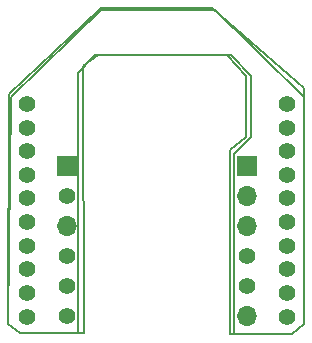
<source format=gts>
<<<<<<< HEAD
G04 #@! TF.GenerationSoftware,KiCad,Pcbnew,7.99.0-unknown-556120554e~172~ubuntu22.04.1*
G04 #@! TF.CreationDate,2023-08-17T23:45:12+09:00*
=======
G04 #@! TF.GenerationSoftware,KiCad,Pcbnew,7.99.0-unknown-4c4bbdc8f3~172~ubuntu22.04.1*
G04 #@! TF.CreationDate,2023-08-08T20:27:13+09:00*
>>>>>>> 19db055ad74dc80f637f43bf08fee7929738abcf
G04 #@! TF.ProjectId,bGeigieCast V1.6.0(StampS3),62476569-6769-4654-9361-73742056312e,rev?*
G04 #@! TF.SameCoordinates,Original*
G04 #@! TF.FileFunction,Soldermask,Top*
G04 #@! TF.FilePolarity,Negative*
%FSLAX46Y46*%
G04 Gerber Fmt 4.6, Leading zero omitted, Abs format (unit mm)*
<<<<<<< HEAD
G04 Created by KiCad (PCBNEW 7.99.0-unknown-556120554e~172~ubuntu22.04.1) date 2023-08-17 23:45:12*
=======
G04 Created by KiCad (PCBNEW 7.99.0-unknown-4c4bbdc8f3~172~ubuntu22.04.1) date 2023-08-08 20:27:13*
>>>>>>> 19db055ad74dc80f637f43bf08fee7929738abcf
%MOMM*%
%LPD*%
G01*
G04 APERTURE LIST*
<<<<<<< HEAD
%ADD10C,1.400000*%
%ADD11R,1.700000X1.700000*%
%ADD12O,1.700000X1.700000*%
=======
%ADD10R,1.700000X1.700000*%
%ADD11O,1.700000X1.700000*%
%ADD12C,1.400000*%
>>>>>>> 19db055ad74dc80f637f43bf08fee7929738abcf
G04 #@! TA.AperFunction,Profile*
%ADD13C,0.150000*%
G04 #@! TD*
G04 APERTURE END LIST*
D10*
<<<<<<< HEAD
=======
X156050000Y-104592000D03*
D11*
X156050000Y-107132000D03*
X156050000Y-109672000D03*
X156050000Y-117292000D03*
D10*
X140796000Y-104592000D03*
D11*
X140796000Y-109672000D03*
D12*
>>>>>>> 19db055ad74dc80f637f43bf08fee7929738abcf
X137400000Y-99350000D03*
X137400000Y-101350000D03*
X137400000Y-103350000D03*
X137400000Y-105350000D03*
X137400000Y-107350000D03*
X137400000Y-109350000D03*
X137400000Y-111350000D03*
X137400000Y-113350000D03*
X137400000Y-115350000D03*
X137400000Y-117350000D03*
X159400000Y-117350000D03*
X159400000Y-115350000D03*
X159400000Y-113350000D03*
X159400000Y-111350000D03*
X159400000Y-109350000D03*
X159400000Y-107350000D03*
X159400000Y-105350000D03*
X159400000Y-103350000D03*
X159400000Y-101350000D03*
X159400000Y-99350000D03*
<<<<<<< HEAD
D11*
X140796000Y-104592000D03*
D12*
X140796000Y-107132000D03*
X140796000Y-109672000D03*
X140796000Y-112212000D03*
X140796000Y-114752000D03*
X140796000Y-117292000D03*
D11*
X156050000Y-104592000D03*
D12*
X156050000Y-107132000D03*
X156050000Y-109672000D03*
X156050000Y-112212000D03*
X156050000Y-114752000D03*
X156050000Y-117292000D03*
D13*
X135836040Y-117988000D02*
X136850000Y-118750000D01*
X135923000Y-98496000D02*
X135836040Y-117988000D01*
X141765000Y-118741000D02*
X136850000Y-118750000D01*
X159832000Y-118816000D02*
X154973000Y-118816000D01*
X160850000Y-117950000D02*
X160866000Y-97996000D01*
X143670000Y-91257000D02*
X135923000Y-98496000D01*
X160850000Y-117950000D02*
X159832000Y-118816000D01*
X141765000Y-96718000D02*
X141765000Y-118741000D01*
X156360127Y-102138500D02*
X154973000Y-103576000D01*
X154719000Y-95194000D02*
X156370000Y-96972000D01*
X154973000Y-103576000D02*
X154973000Y-118816000D01*
X153068000Y-91257000D02*
X143670000Y-91257000D01*
X143162000Y-95194000D02*
X141765000Y-96718000D01*
X154719000Y-95194000D02*
X143162000Y-95194000D01*
X156379872Y-96972000D02*
X156360127Y-102138500D01*
X153068000Y-91257000D02*
X160866000Y-97996000D01*
=======
D13*
X135836040Y-117988000D02*
X136850000Y-118750000D01*
X136050000Y-98750000D02*
X135836040Y-117988000D01*
X142273000Y-118741000D02*
X136850000Y-118750000D01*
X159832000Y-118816000D02*
X154593020Y-118816000D01*
X160850000Y-117950000D02*
X160866000Y-98766000D01*
X143670000Y-91384000D02*
X136050000Y-98750000D01*
X160850000Y-117950000D02*
X159832000Y-118816000D01*
X142185490Y-96164000D02*
X142273000Y-118741000D01*
X155969255Y-102138500D02*
X154592000Y-103235500D01*
X154338000Y-95194000D02*
X155989000Y-96972000D01*
X154592000Y-103235500D02*
X154593020Y-118816000D01*
X153322000Y-91384000D02*
X143670000Y-91384000D01*
X143416000Y-95240000D02*
X142185490Y-96164000D01*
X154338000Y-95194000D02*
X143416000Y-95240000D01*
X155989000Y-96972000D02*
X155969255Y-102138500D01*
X153322000Y-91384000D02*
X160866000Y-98766000D01*
>>>>>>> 19db055ad74dc80f637f43bf08fee7929738abcf
M02*

</source>
